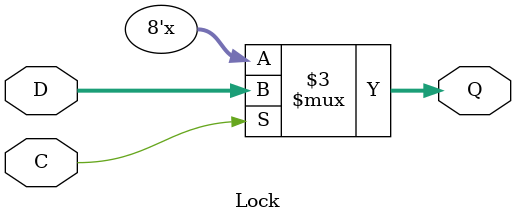
<source format=v>
`timescale 1ns / 1ps
module Lock(input wire C, 
				input wire[7:0]D,
				output reg[7:0]Q
				);

	always@(C)
		if(C)Q = D;else Q = Q;
		
endmodule

</source>
